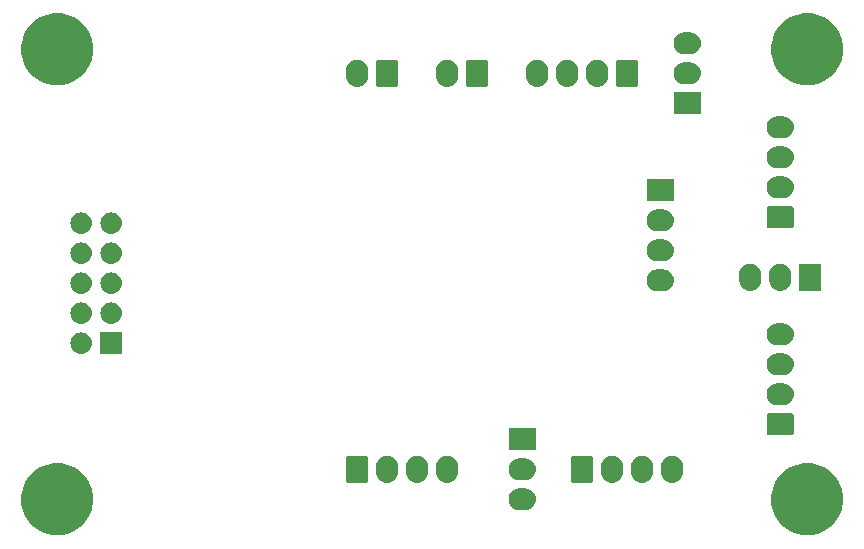
<source format=gbr>
G04 #@! TF.GenerationSoftware,KiCad,Pcbnew,5.0.2-bee76a0~70~ubuntu18.04.1*
G04 #@! TF.CreationDate,2019-01-29T20:40:36+01:00*
G04 #@! TF.ProjectId,main_board,6d61696e-5f62-46f6-9172-642e6b696361,rev?*
G04 #@! TF.SameCoordinates,Original*
G04 #@! TF.FileFunction,Soldermask,Bot*
G04 #@! TF.FilePolarity,Negative*
%FSLAX46Y46*%
G04 Gerber Fmt 4.6, Leading zero omitted, Abs format (unit mm)*
G04 Created by KiCad (PCBNEW 5.0.2-bee76a0~70~ubuntu18.04.1) date Út 29. ledna 2019, 20:40:36 CET*
%MOMM*%
%LPD*%
G01*
G04 APERTURE LIST*
%ADD10C,0.100000*%
G04 APERTURE END LIST*
D10*
G36*
X172339941Y-114160248D02*
X172339943Y-114160249D01*
X172339944Y-114160249D01*
X172895190Y-114390239D01*
X173388162Y-114719633D01*
X173394902Y-114724136D01*
X173819864Y-115149098D01*
X173819866Y-115149101D01*
X174153761Y-115648810D01*
X174178881Y-115709456D01*
X174383752Y-116204059D01*
X174501000Y-116793501D01*
X174501000Y-117394499D01*
X174407712Y-117863489D01*
X174383751Y-117983944D01*
X174153761Y-118539190D01*
X174153760Y-118539191D01*
X173819864Y-119038902D01*
X173394902Y-119463864D01*
X173394899Y-119463866D01*
X172895190Y-119797761D01*
X172339944Y-120027751D01*
X172339943Y-120027751D01*
X172339941Y-120027752D01*
X171750499Y-120145000D01*
X171149501Y-120145000D01*
X170560059Y-120027752D01*
X170560057Y-120027751D01*
X170560056Y-120027751D01*
X170004810Y-119797761D01*
X169505101Y-119463866D01*
X169505098Y-119463864D01*
X169080136Y-119038902D01*
X168746240Y-118539191D01*
X168746239Y-118539190D01*
X168516249Y-117983944D01*
X168492289Y-117863489D01*
X168399000Y-117394499D01*
X168399000Y-116793501D01*
X168516248Y-116204059D01*
X168721119Y-115709456D01*
X168746239Y-115648810D01*
X169080134Y-115149101D01*
X169080136Y-115149098D01*
X169505098Y-114724136D01*
X169511838Y-114719633D01*
X170004810Y-114390239D01*
X170560056Y-114160249D01*
X170560057Y-114160249D01*
X170560059Y-114160248D01*
X171149501Y-114043000D01*
X171750499Y-114043000D01*
X172339941Y-114160248D01*
X172339941Y-114160248D01*
G37*
G36*
X108839941Y-114160248D02*
X108839943Y-114160249D01*
X108839944Y-114160249D01*
X109395190Y-114390239D01*
X109888162Y-114719633D01*
X109894902Y-114724136D01*
X110319864Y-115149098D01*
X110319866Y-115149101D01*
X110653761Y-115648810D01*
X110678881Y-115709456D01*
X110883752Y-116204059D01*
X111001000Y-116793501D01*
X111001000Y-117394499D01*
X110907712Y-117863489D01*
X110883751Y-117983944D01*
X110653761Y-118539190D01*
X110653760Y-118539191D01*
X110319864Y-119038902D01*
X109894902Y-119463864D01*
X109894899Y-119463866D01*
X109395190Y-119797761D01*
X108839944Y-120027751D01*
X108839943Y-120027751D01*
X108839941Y-120027752D01*
X108250499Y-120145000D01*
X107649501Y-120145000D01*
X107060059Y-120027752D01*
X107060057Y-120027751D01*
X107060056Y-120027751D01*
X106504810Y-119797761D01*
X106005101Y-119463866D01*
X106005098Y-119463864D01*
X105580136Y-119038902D01*
X105246240Y-118539191D01*
X105246239Y-118539190D01*
X105016249Y-117983944D01*
X104992289Y-117863489D01*
X104899000Y-117394499D01*
X104899000Y-116793501D01*
X105016248Y-116204059D01*
X105221119Y-115709456D01*
X105246239Y-115648810D01*
X105580134Y-115149101D01*
X105580136Y-115149098D01*
X106005098Y-114724136D01*
X106011838Y-114719633D01*
X106504810Y-114390239D01*
X107060056Y-114160249D01*
X107060057Y-114160249D01*
X107060059Y-114160248D01*
X107649501Y-114043000D01*
X108250499Y-114043000D01*
X108839941Y-114160248D01*
X108839941Y-114160248D01*
G37*
G36*
X147640345Y-116177442D02*
X147730548Y-116186326D01*
X147846287Y-116221435D01*
X147904158Y-116238990D01*
X147989679Y-116284702D01*
X148064156Y-116324511D01*
X148064158Y-116324512D01*
X148064157Y-116324512D01*
X148204396Y-116439604D01*
X148319488Y-116579843D01*
X148405010Y-116739842D01*
X148405010Y-116739843D01*
X148457674Y-116913452D01*
X148475456Y-117094000D01*
X148457674Y-117274548D01*
X148422565Y-117390287D01*
X148405010Y-117448158D01*
X148359298Y-117533679D01*
X148319489Y-117608156D01*
X148204396Y-117748396D01*
X148064156Y-117863489D01*
X147989679Y-117903298D01*
X147904158Y-117949010D01*
X147846287Y-117966565D01*
X147730548Y-118001674D01*
X147640345Y-118010558D01*
X147595245Y-118015000D01*
X147044755Y-118015000D01*
X146999655Y-118010558D01*
X146909452Y-118001674D01*
X146793713Y-117966565D01*
X146735842Y-117949010D01*
X146650321Y-117903298D01*
X146575844Y-117863489D01*
X146435604Y-117748396D01*
X146320511Y-117608156D01*
X146280702Y-117533679D01*
X146234990Y-117448158D01*
X146217435Y-117390287D01*
X146182326Y-117274548D01*
X146164544Y-117094000D01*
X146182326Y-116913452D01*
X146234990Y-116739843D01*
X146234990Y-116739842D01*
X146320512Y-116579843D01*
X146435604Y-116439604D01*
X146575843Y-116324512D01*
X146575842Y-116324512D01*
X146575844Y-116324511D01*
X146650321Y-116284702D01*
X146735842Y-116238990D01*
X146793713Y-116221435D01*
X146909452Y-116186326D01*
X146999655Y-116177442D01*
X147044755Y-116173000D01*
X147595245Y-116173000D01*
X147640345Y-116177442D01*
X147640345Y-116177442D01*
G37*
G36*
X155120547Y-113416326D02*
X155223979Y-113447702D01*
X155294157Y-113468990D01*
X155352514Y-113500183D01*
X155454155Y-113554511D01*
X155594396Y-113669604D01*
X155709489Y-113809844D01*
X155749298Y-113884321D01*
X155795010Y-113969842D01*
X155812565Y-114027713D01*
X155847674Y-114143452D01*
X155861000Y-114278756D01*
X155861000Y-114829243D01*
X155847674Y-114964548D01*
X155795010Y-115138157D01*
X155709489Y-115298156D01*
X155594396Y-115438396D01*
X155454156Y-115553489D01*
X155391244Y-115587116D01*
X155294158Y-115639010D01*
X155261851Y-115648810D01*
X155120548Y-115691674D01*
X154940000Y-115709456D01*
X154759453Y-115691674D01*
X154618150Y-115648810D01*
X154585843Y-115639010D01*
X154488757Y-115587116D01*
X154425845Y-115553489D01*
X154285605Y-115438396D01*
X154170512Y-115298156D01*
X154122534Y-115208396D01*
X154084990Y-115138158D01*
X154063755Y-115068156D01*
X154032326Y-114964548D01*
X154019000Y-114829244D01*
X154019000Y-114278757D01*
X154032326Y-114143453D01*
X154084990Y-113969844D01*
X154084990Y-113969843D01*
X154122534Y-113899604D01*
X154170511Y-113809845D01*
X154285604Y-113669604D01*
X154425844Y-113554511D01*
X154505313Y-113512034D01*
X154585842Y-113468990D01*
X154656020Y-113447702D01*
X154759452Y-113416326D01*
X154940000Y-113398544D01*
X155120547Y-113416326D01*
X155120547Y-113416326D01*
G37*
G36*
X138610547Y-113416326D02*
X138713979Y-113447702D01*
X138784157Y-113468990D01*
X138842514Y-113500183D01*
X138944155Y-113554511D01*
X139084396Y-113669604D01*
X139199489Y-113809844D01*
X139239298Y-113884321D01*
X139285010Y-113969842D01*
X139302565Y-114027713D01*
X139337674Y-114143452D01*
X139351000Y-114278756D01*
X139351000Y-114829243D01*
X139337674Y-114964548D01*
X139285010Y-115138157D01*
X139199489Y-115298156D01*
X139084396Y-115438396D01*
X138944156Y-115553489D01*
X138881244Y-115587116D01*
X138784158Y-115639010D01*
X138751851Y-115648810D01*
X138610548Y-115691674D01*
X138430000Y-115709456D01*
X138249453Y-115691674D01*
X138108150Y-115648810D01*
X138075843Y-115639010D01*
X137978757Y-115587116D01*
X137915845Y-115553489D01*
X137775605Y-115438396D01*
X137660512Y-115298156D01*
X137612534Y-115208396D01*
X137574990Y-115138158D01*
X137553755Y-115068156D01*
X137522326Y-114964548D01*
X137509000Y-114829244D01*
X137509000Y-114278757D01*
X137522326Y-114143453D01*
X137574990Y-113969844D01*
X137574990Y-113969843D01*
X137612534Y-113899604D01*
X137660511Y-113809845D01*
X137775604Y-113669604D01*
X137915844Y-113554511D01*
X137995313Y-113512034D01*
X138075842Y-113468990D01*
X138146020Y-113447702D01*
X138249452Y-113416326D01*
X138430000Y-113398544D01*
X138610547Y-113416326D01*
X138610547Y-113416326D01*
G37*
G36*
X141150547Y-113416326D02*
X141253979Y-113447702D01*
X141324157Y-113468990D01*
X141382514Y-113500183D01*
X141484155Y-113554511D01*
X141624396Y-113669604D01*
X141739489Y-113809844D01*
X141779298Y-113884321D01*
X141825010Y-113969842D01*
X141842565Y-114027713D01*
X141877674Y-114143452D01*
X141891000Y-114278756D01*
X141891000Y-114829243D01*
X141877674Y-114964548D01*
X141825010Y-115138157D01*
X141739489Y-115298156D01*
X141624396Y-115438396D01*
X141484156Y-115553489D01*
X141421244Y-115587116D01*
X141324158Y-115639010D01*
X141291851Y-115648810D01*
X141150548Y-115691674D01*
X140970000Y-115709456D01*
X140789453Y-115691674D01*
X140648150Y-115648810D01*
X140615843Y-115639010D01*
X140518757Y-115587116D01*
X140455845Y-115553489D01*
X140315605Y-115438396D01*
X140200512Y-115298156D01*
X140152534Y-115208396D01*
X140114990Y-115138158D01*
X140093755Y-115068156D01*
X140062326Y-114964548D01*
X140049000Y-114829244D01*
X140049000Y-114278757D01*
X140062326Y-114143453D01*
X140114990Y-113969844D01*
X140114990Y-113969843D01*
X140152534Y-113899604D01*
X140200511Y-113809845D01*
X140315604Y-113669604D01*
X140455844Y-113554511D01*
X140535313Y-113512034D01*
X140615842Y-113468990D01*
X140686020Y-113447702D01*
X140789452Y-113416326D01*
X140970000Y-113398544D01*
X141150547Y-113416326D01*
X141150547Y-113416326D01*
G37*
G36*
X136070547Y-113416326D02*
X136173979Y-113447702D01*
X136244157Y-113468990D01*
X136302514Y-113500183D01*
X136404155Y-113554511D01*
X136544396Y-113669604D01*
X136659489Y-113809844D01*
X136699298Y-113884321D01*
X136745010Y-113969842D01*
X136762565Y-114027713D01*
X136797674Y-114143452D01*
X136811000Y-114278756D01*
X136811000Y-114829243D01*
X136797674Y-114964548D01*
X136745010Y-115138157D01*
X136659489Y-115298156D01*
X136544396Y-115438396D01*
X136404156Y-115553489D01*
X136341244Y-115587116D01*
X136244158Y-115639010D01*
X136211851Y-115648810D01*
X136070548Y-115691674D01*
X135890000Y-115709456D01*
X135709453Y-115691674D01*
X135568150Y-115648810D01*
X135535843Y-115639010D01*
X135438757Y-115587116D01*
X135375845Y-115553489D01*
X135235605Y-115438396D01*
X135120512Y-115298156D01*
X135072534Y-115208396D01*
X135034990Y-115138158D01*
X135013755Y-115068156D01*
X134982326Y-114964548D01*
X134969000Y-114829244D01*
X134969000Y-114278757D01*
X134982326Y-114143453D01*
X135034990Y-113969844D01*
X135034990Y-113969843D01*
X135072534Y-113899604D01*
X135120511Y-113809845D01*
X135235604Y-113669604D01*
X135375844Y-113554511D01*
X135455313Y-113512034D01*
X135535842Y-113468990D01*
X135606020Y-113447702D01*
X135709452Y-113416326D01*
X135890000Y-113398544D01*
X136070547Y-113416326D01*
X136070547Y-113416326D01*
G37*
G36*
X160200547Y-113416326D02*
X160303979Y-113447702D01*
X160374157Y-113468990D01*
X160432514Y-113500183D01*
X160534155Y-113554511D01*
X160674396Y-113669604D01*
X160789489Y-113809844D01*
X160829298Y-113884321D01*
X160875010Y-113969842D01*
X160892565Y-114027713D01*
X160927674Y-114143452D01*
X160941000Y-114278756D01*
X160941000Y-114829243D01*
X160927674Y-114964548D01*
X160875010Y-115138157D01*
X160789489Y-115298156D01*
X160674396Y-115438396D01*
X160534156Y-115553489D01*
X160471244Y-115587116D01*
X160374158Y-115639010D01*
X160341851Y-115648810D01*
X160200548Y-115691674D01*
X160020000Y-115709456D01*
X159839453Y-115691674D01*
X159698150Y-115648810D01*
X159665843Y-115639010D01*
X159568757Y-115587116D01*
X159505845Y-115553489D01*
X159365605Y-115438396D01*
X159250512Y-115298156D01*
X159202534Y-115208396D01*
X159164990Y-115138158D01*
X159143755Y-115068156D01*
X159112326Y-114964548D01*
X159099000Y-114829244D01*
X159099000Y-114278757D01*
X159112326Y-114143453D01*
X159164990Y-113969844D01*
X159164990Y-113969843D01*
X159202534Y-113899604D01*
X159250511Y-113809845D01*
X159365604Y-113669604D01*
X159505844Y-113554511D01*
X159585313Y-113512034D01*
X159665842Y-113468990D01*
X159736020Y-113447702D01*
X159839452Y-113416326D01*
X160020000Y-113398544D01*
X160200547Y-113416326D01*
X160200547Y-113416326D01*
G37*
G36*
X157660547Y-113416326D02*
X157763979Y-113447702D01*
X157834157Y-113468990D01*
X157892514Y-113500183D01*
X157994155Y-113554511D01*
X158134396Y-113669604D01*
X158249489Y-113809844D01*
X158289298Y-113884321D01*
X158335010Y-113969842D01*
X158352565Y-114027713D01*
X158387674Y-114143452D01*
X158401000Y-114278756D01*
X158401000Y-114829243D01*
X158387674Y-114964548D01*
X158335010Y-115138157D01*
X158249489Y-115298156D01*
X158134396Y-115438396D01*
X157994156Y-115553489D01*
X157931244Y-115587116D01*
X157834158Y-115639010D01*
X157801851Y-115648810D01*
X157660548Y-115691674D01*
X157480000Y-115709456D01*
X157299453Y-115691674D01*
X157158150Y-115648810D01*
X157125843Y-115639010D01*
X157028757Y-115587116D01*
X156965845Y-115553489D01*
X156825605Y-115438396D01*
X156710512Y-115298156D01*
X156662534Y-115208396D01*
X156624990Y-115138158D01*
X156603755Y-115068156D01*
X156572326Y-114964548D01*
X156559000Y-114829244D01*
X156559000Y-114278757D01*
X156572326Y-114143453D01*
X156624990Y-113969844D01*
X156624990Y-113969843D01*
X156662534Y-113899604D01*
X156710511Y-113809845D01*
X156825604Y-113669604D01*
X156965844Y-113554511D01*
X157045313Y-113512034D01*
X157125842Y-113468990D01*
X157196020Y-113447702D01*
X157299452Y-113416326D01*
X157480000Y-113398544D01*
X157660547Y-113416326D01*
X157660547Y-113416326D01*
G37*
G36*
X134129020Y-113406979D02*
X134161966Y-113416974D01*
X134192335Y-113433206D01*
X134218951Y-113455049D01*
X134240794Y-113481665D01*
X134257026Y-113512034D01*
X134267021Y-113544980D01*
X134271000Y-113585386D01*
X134271000Y-115522614D01*
X134267021Y-115563020D01*
X134257026Y-115595966D01*
X134240794Y-115626335D01*
X134218951Y-115652951D01*
X134192335Y-115674794D01*
X134161966Y-115691026D01*
X134129020Y-115701021D01*
X134088614Y-115705000D01*
X132611386Y-115705000D01*
X132570980Y-115701021D01*
X132538034Y-115691026D01*
X132507665Y-115674794D01*
X132481049Y-115652951D01*
X132459206Y-115626335D01*
X132442974Y-115595966D01*
X132432979Y-115563020D01*
X132429000Y-115522614D01*
X132429000Y-113585386D01*
X132432979Y-113544980D01*
X132442974Y-113512034D01*
X132459206Y-113481665D01*
X132481049Y-113455049D01*
X132507665Y-113433206D01*
X132538034Y-113416974D01*
X132570980Y-113406979D01*
X132611386Y-113403000D01*
X134088614Y-113403000D01*
X134129020Y-113406979D01*
X134129020Y-113406979D01*
G37*
G36*
X153179020Y-113406979D02*
X153211966Y-113416974D01*
X153242335Y-113433206D01*
X153268951Y-113455049D01*
X153290794Y-113481665D01*
X153307026Y-113512034D01*
X153317021Y-113544980D01*
X153321000Y-113585386D01*
X153321000Y-115522614D01*
X153317021Y-115563020D01*
X153307026Y-115595966D01*
X153290794Y-115626335D01*
X153268951Y-115652951D01*
X153242335Y-115674794D01*
X153211966Y-115691026D01*
X153179020Y-115701021D01*
X153138614Y-115705000D01*
X151661386Y-115705000D01*
X151620980Y-115701021D01*
X151588034Y-115691026D01*
X151557665Y-115674794D01*
X151531049Y-115652951D01*
X151509206Y-115626335D01*
X151492974Y-115595966D01*
X151482979Y-115563020D01*
X151479000Y-115522614D01*
X151479000Y-113585386D01*
X151482979Y-113544980D01*
X151492974Y-113512034D01*
X151509206Y-113481665D01*
X151531049Y-113455049D01*
X151557665Y-113433206D01*
X151588034Y-113416974D01*
X151620980Y-113406979D01*
X151661386Y-113403000D01*
X153138614Y-113403000D01*
X153179020Y-113406979D01*
X153179020Y-113406979D01*
G37*
G36*
X147640345Y-113637442D02*
X147730548Y-113646326D01*
X147846287Y-113681435D01*
X147904158Y-113698990D01*
X147989679Y-113744702D01*
X148064156Y-113784511D01*
X148204396Y-113899604D01*
X148319489Y-114039844D01*
X148359298Y-114114321D01*
X148405010Y-114199842D01*
X148405010Y-114199843D01*
X148457674Y-114373452D01*
X148475456Y-114554000D01*
X148457674Y-114734548D01*
X148428948Y-114829243D01*
X148405010Y-114908158D01*
X148359298Y-114993679D01*
X148319489Y-115068156D01*
X148204396Y-115208396D01*
X148064156Y-115323489D01*
X147989679Y-115363298D01*
X147904158Y-115409010D01*
X147846287Y-115426565D01*
X147730548Y-115461674D01*
X147640345Y-115470558D01*
X147595245Y-115475000D01*
X147044755Y-115475000D01*
X146999655Y-115470558D01*
X146909452Y-115461674D01*
X146793713Y-115426565D01*
X146735842Y-115409010D01*
X146650321Y-115363298D01*
X146575844Y-115323489D01*
X146435604Y-115208396D01*
X146320511Y-115068156D01*
X146280702Y-114993679D01*
X146234990Y-114908158D01*
X146211052Y-114829243D01*
X146182326Y-114734548D01*
X146164544Y-114554000D01*
X146182326Y-114373452D01*
X146234990Y-114199843D01*
X146234990Y-114199842D01*
X146280702Y-114114321D01*
X146320511Y-114039844D01*
X146435604Y-113899604D01*
X146575844Y-113784511D01*
X146650321Y-113744702D01*
X146735842Y-113698990D01*
X146793713Y-113681435D01*
X146909452Y-113646326D01*
X146999655Y-113637442D01*
X147044755Y-113633000D01*
X147595245Y-113633000D01*
X147640345Y-113637442D01*
X147640345Y-113637442D01*
G37*
G36*
X148471000Y-112935000D02*
X146169000Y-112935000D01*
X146169000Y-111093000D01*
X148471000Y-111093000D01*
X148471000Y-112935000D01*
X148471000Y-112935000D01*
G37*
G36*
X170173020Y-109826979D02*
X170205966Y-109836974D01*
X170236335Y-109853206D01*
X170262951Y-109875049D01*
X170284794Y-109901665D01*
X170301026Y-109932034D01*
X170311021Y-109964980D01*
X170315000Y-110005386D01*
X170315000Y-111482614D01*
X170311021Y-111523020D01*
X170301026Y-111555966D01*
X170284794Y-111586335D01*
X170262951Y-111612951D01*
X170236335Y-111634794D01*
X170205966Y-111651026D01*
X170173020Y-111661021D01*
X170132614Y-111665000D01*
X168195386Y-111665000D01*
X168154980Y-111661021D01*
X168122034Y-111651026D01*
X168091665Y-111634794D01*
X168065049Y-111612951D01*
X168043206Y-111586335D01*
X168026974Y-111555966D01*
X168016979Y-111523020D01*
X168013000Y-111482614D01*
X168013000Y-110005386D01*
X168016979Y-109964980D01*
X168026974Y-109932034D01*
X168043206Y-109901665D01*
X168065049Y-109875049D01*
X168091665Y-109853206D01*
X168122034Y-109836974D01*
X168154980Y-109826979D01*
X168195386Y-109823000D01*
X170132614Y-109823000D01*
X170173020Y-109826979D01*
X170173020Y-109826979D01*
G37*
G36*
X169484345Y-107287442D02*
X169574548Y-107296326D01*
X169690287Y-107331435D01*
X169748158Y-107348990D01*
X169833679Y-107394702D01*
X169908156Y-107434511D01*
X169908158Y-107434512D01*
X169908157Y-107434512D01*
X170048396Y-107549604D01*
X170163488Y-107689843D01*
X170249010Y-107849842D01*
X170249010Y-107849843D01*
X170301674Y-108023452D01*
X170319456Y-108204000D01*
X170301674Y-108384548D01*
X170266565Y-108500287D01*
X170249010Y-108558158D01*
X170203298Y-108643679D01*
X170163489Y-108718156D01*
X170048396Y-108858396D01*
X169908156Y-108973489D01*
X169833679Y-109013298D01*
X169748158Y-109059010D01*
X169690287Y-109076565D01*
X169574548Y-109111674D01*
X169484345Y-109120558D01*
X169439245Y-109125000D01*
X168888755Y-109125000D01*
X168843655Y-109120558D01*
X168753452Y-109111674D01*
X168637713Y-109076565D01*
X168579842Y-109059010D01*
X168494321Y-109013298D01*
X168419844Y-108973489D01*
X168279604Y-108858396D01*
X168164511Y-108718156D01*
X168124702Y-108643679D01*
X168078990Y-108558158D01*
X168061435Y-108500287D01*
X168026326Y-108384548D01*
X168008544Y-108204000D01*
X168026326Y-108023452D01*
X168078990Y-107849843D01*
X168078990Y-107849842D01*
X168164512Y-107689843D01*
X168279604Y-107549604D01*
X168419843Y-107434512D01*
X168419842Y-107434512D01*
X168419844Y-107434511D01*
X168494321Y-107394702D01*
X168579842Y-107348990D01*
X168637713Y-107331435D01*
X168753452Y-107296326D01*
X168843655Y-107287442D01*
X168888755Y-107283000D01*
X169439245Y-107283000D01*
X169484345Y-107287442D01*
X169484345Y-107287442D01*
G37*
G36*
X169484345Y-104747442D02*
X169574548Y-104756326D01*
X169676876Y-104787367D01*
X169748158Y-104808990D01*
X169833679Y-104854702D01*
X169908156Y-104894511D01*
X169908158Y-104894512D01*
X169908157Y-104894512D01*
X170048396Y-105009604D01*
X170163488Y-105149843D01*
X170249010Y-105309842D01*
X170249010Y-105309843D01*
X170301674Y-105483452D01*
X170319456Y-105664000D01*
X170301674Y-105844548D01*
X170266565Y-105960287D01*
X170249010Y-106018158D01*
X170203298Y-106103679D01*
X170163489Y-106178156D01*
X170048396Y-106318396D01*
X169908156Y-106433489D01*
X169833679Y-106473298D01*
X169748158Y-106519010D01*
X169690287Y-106536565D01*
X169574548Y-106571674D01*
X169484345Y-106580558D01*
X169439245Y-106585000D01*
X168888755Y-106585000D01*
X168843655Y-106580558D01*
X168753452Y-106571674D01*
X168637713Y-106536565D01*
X168579842Y-106519010D01*
X168494321Y-106473298D01*
X168419844Y-106433489D01*
X168279604Y-106318396D01*
X168164511Y-106178156D01*
X168124702Y-106103679D01*
X168078990Y-106018158D01*
X168061435Y-105960287D01*
X168026326Y-105844548D01*
X168008544Y-105664000D01*
X168026326Y-105483452D01*
X168078990Y-105309843D01*
X168078990Y-105309842D01*
X168164512Y-105149843D01*
X168279604Y-105009604D01*
X168419843Y-104894512D01*
X168419842Y-104894512D01*
X168419844Y-104894511D01*
X168494321Y-104854702D01*
X168579842Y-104808990D01*
X168651124Y-104787367D01*
X168753452Y-104756326D01*
X168843655Y-104747442D01*
X168888755Y-104743000D01*
X169439245Y-104743000D01*
X169484345Y-104747442D01*
X169484345Y-104747442D01*
G37*
G36*
X113436600Y-104800600D02*
X111607400Y-104800600D01*
X111607400Y-102971400D01*
X113436600Y-102971400D01*
X113436600Y-104800600D01*
X113436600Y-104800600D01*
G37*
G36*
X110161294Y-102984633D02*
X110333694Y-103036931D01*
X110333696Y-103036932D01*
X110492583Y-103121859D01*
X110492585Y-103121860D01*
X110492584Y-103121860D01*
X110631849Y-103236151D01*
X110746140Y-103375416D01*
X110831069Y-103534306D01*
X110883367Y-103706706D01*
X110901025Y-103886000D01*
X110883367Y-104065294D01*
X110831069Y-104237694D01*
X110831068Y-104237696D01*
X110746141Y-104396583D01*
X110631849Y-104535849D01*
X110492583Y-104650141D01*
X110333696Y-104735068D01*
X110333694Y-104735069D01*
X110161294Y-104787367D01*
X110026931Y-104800600D01*
X109937069Y-104800600D01*
X109802706Y-104787367D01*
X109630306Y-104735069D01*
X109630304Y-104735068D01*
X109471417Y-104650141D01*
X109332151Y-104535849D01*
X109217859Y-104396583D01*
X109132932Y-104237696D01*
X109132931Y-104237694D01*
X109080633Y-104065294D01*
X109062975Y-103886000D01*
X109080633Y-103706706D01*
X109132931Y-103534306D01*
X109217860Y-103375416D01*
X109332151Y-103236151D01*
X109471416Y-103121860D01*
X109471415Y-103121860D01*
X109471417Y-103121859D01*
X109630304Y-103036932D01*
X109630306Y-103036931D01*
X109802706Y-102984633D01*
X109937069Y-102971400D01*
X110026931Y-102971400D01*
X110161294Y-102984633D01*
X110161294Y-102984633D01*
G37*
G36*
X169484345Y-102207442D02*
X169574548Y-102216326D01*
X169676876Y-102247367D01*
X169748158Y-102268990D01*
X169833679Y-102314702D01*
X169908156Y-102354511D01*
X169908158Y-102354512D01*
X169908157Y-102354512D01*
X170048396Y-102469604D01*
X170163488Y-102609843D01*
X170249010Y-102769842D01*
X170249010Y-102769843D01*
X170301674Y-102943452D01*
X170319456Y-103124000D01*
X170301674Y-103304548D01*
X170280176Y-103375416D01*
X170249010Y-103478158D01*
X170218999Y-103534304D01*
X170163489Y-103638156D01*
X170048396Y-103778396D01*
X169908156Y-103893489D01*
X169833679Y-103933298D01*
X169748158Y-103979010D01*
X169690287Y-103996565D01*
X169574548Y-104031674D01*
X169484345Y-104040558D01*
X169439245Y-104045000D01*
X168888755Y-104045000D01*
X168843655Y-104040558D01*
X168753452Y-104031674D01*
X168637713Y-103996565D01*
X168579842Y-103979010D01*
X168494321Y-103933298D01*
X168419844Y-103893489D01*
X168279604Y-103778396D01*
X168164511Y-103638156D01*
X168109001Y-103534304D01*
X168078990Y-103478158D01*
X168047824Y-103375416D01*
X168026326Y-103304548D01*
X168008544Y-103124000D01*
X168026326Y-102943452D01*
X168078990Y-102769843D01*
X168078990Y-102769842D01*
X168164512Y-102609843D01*
X168279604Y-102469604D01*
X168419843Y-102354512D01*
X168419842Y-102354512D01*
X168419844Y-102354511D01*
X168494321Y-102314702D01*
X168579842Y-102268990D01*
X168651124Y-102247367D01*
X168753452Y-102216326D01*
X168843655Y-102207442D01*
X168888755Y-102203000D01*
X169439245Y-102203000D01*
X169484345Y-102207442D01*
X169484345Y-102207442D01*
G37*
G36*
X110161294Y-100444633D02*
X110333694Y-100496931D01*
X110333696Y-100496932D01*
X110492583Y-100581859D01*
X110492585Y-100581860D01*
X110492584Y-100581860D01*
X110631849Y-100696151D01*
X110746140Y-100835416D01*
X110831069Y-100994306D01*
X110883367Y-101166706D01*
X110901025Y-101346000D01*
X110883367Y-101525294D01*
X110831069Y-101697694D01*
X110831068Y-101697696D01*
X110746141Y-101856583D01*
X110631849Y-101995849D01*
X110492583Y-102110141D01*
X110333696Y-102195068D01*
X110333694Y-102195069D01*
X110161294Y-102247367D01*
X110026931Y-102260600D01*
X109937069Y-102260600D01*
X109802706Y-102247367D01*
X109630306Y-102195069D01*
X109630304Y-102195068D01*
X109471417Y-102110141D01*
X109332151Y-101995849D01*
X109217859Y-101856583D01*
X109132932Y-101697696D01*
X109132931Y-101697694D01*
X109080633Y-101525294D01*
X109062975Y-101346000D01*
X109080633Y-101166706D01*
X109132931Y-100994306D01*
X109217860Y-100835416D01*
X109332151Y-100696151D01*
X109471416Y-100581860D01*
X109471415Y-100581860D01*
X109471417Y-100581859D01*
X109630304Y-100496932D01*
X109630306Y-100496931D01*
X109802706Y-100444633D01*
X109937069Y-100431400D01*
X110026931Y-100431400D01*
X110161294Y-100444633D01*
X110161294Y-100444633D01*
G37*
G36*
X112701294Y-100444633D02*
X112873694Y-100496931D01*
X112873696Y-100496932D01*
X113032583Y-100581859D01*
X113032585Y-100581860D01*
X113032584Y-100581860D01*
X113171849Y-100696151D01*
X113286140Y-100835416D01*
X113371069Y-100994306D01*
X113423367Y-101166706D01*
X113441025Y-101346000D01*
X113423367Y-101525294D01*
X113371069Y-101697694D01*
X113371068Y-101697696D01*
X113286141Y-101856583D01*
X113171849Y-101995849D01*
X113032583Y-102110141D01*
X112873696Y-102195068D01*
X112873694Y-102195069D01*
X112701294Y-102247367D01*
X112566931Y-102260600D01*
X112477069Y-102260600D01*
X112342706Y-102247367D01*
X112170306Y-102195069D01*
X112170304Y-102195068D01*
X112011417Y-102110141D01*
X111872151Y-101995849D01*
X111757859Y-101856583D01*
X111672932Y-101697696D01*
X111672931Y-101697694D01*
X111620633Y-101525294D01*
X111602975Y-101346000D01*
X111620633Y-101166706D01*
X111672931Y-100994306D01*
X111757860Y-100835416D01*
X111872151Y-100696151D01*
X112011416Y-100581860D01*
X112011415Y-100581860D01*
X112011417Y-100581859D01*
X112170304Y-100496932D01*
X112170306Y-100496931D01*
X112342706Y-100444633D01*
X112477069Y-100431400D01*
X112566931Y-100431400D01*
X112701294Y-100444633D01*
X112701294Y-100444633D01*
G37*
G36*
X110161294Y-97904633D02*
X110333694Y-97956931D01*
X110333696Y-97956932D01*
X110492583Y-98041859D01*
X110631849Y-98156151D01*
X110746141Y-98295417D01*
X110831068Y-98454304D01*
X110831069Y-98454306D01*
X110883367Y-98626706D01*
X110901025Y-98806000D01*
X110883367Y-98985294D01*
X110831069Y-99157694D01*
X110831068Y-99157696D01*
X110746141Y-99316583D01*
X110631849Y-99455849D01*
X110492583Y-99570141D01*
X110333696Y-99655068D01*
X110333694Y-99655069D01*
X110161294Y-99707367D01*
X110026931Y-99720600D01*
X109937069Y-99720600D01*
X109802706Y-99707367D01*
X109630306Y-99655069D01*
X109630304Y-99655068D01*
X109471417Y-99570141D01*
X109332151Y-99455849D01*
X109217859Y-99316583D01*
X109132932Y-99157696D01*
X109132931Y-99157694D01*
X109080633Y-98985294D01*
X109062975Y-98806000D01*
X109080633Y-98626706D01*
X109132931Y-98454306D01*
X109132932Y-98454304D01*
X109217859Y-98295417D01*
X109332151Y-98156151D01*
X109471417Y-98041859D01*
X109630304Y-97956932D01*
X109630306Y-97956931D01*
X109802706Y-97904633D01*
X109937069Y-97891400D01*
X110026931Y-97891400D01*
X110161294Y-97904633D01*
X110161294Y-97904633D01*
G37*
G36*
X112701294Y-97904633D02*
X112873694Y-97956931D01*
X112873696Y-97956932D01*
X113032583Y-98041859D01*
X113171849Y-98156151D01*
X113286141Y-98295417D01*
X113371068Y-98454304D01*
X113371069Y-98454306D01*
X113423367Y-98626706D01*
X113441025Y-98806000D01*
X113423367Y-98985294D01*
X113371069Y-99157694D01*
X113371068Y-99157696D01*
X113286141Y-99316583D01*
X113171849Y-99455849D01*
X113032583Y-99570141D01*
X112873696Y-99655068D01*
X112873694Y-99655069D01*
X112701294Y-99707367D01*
X112566931Y-99720600D01*
X112477069Y-99720600D01*
X112342706Y-99707367D01*
X112170306Y-99655069D01*
X112170304Y-99655068D01*
X112011417Y-99570141D01*
X111872151Y-99455849D01*
X111757859Y-99316583D01*
X111672932Y-99157696D01*
X111672931Y-99157694D01*
X111620633Y-98985294D01*
X111602975Y-98806000D01*
X111620633Y-98626706D01*
X111672931Y-98454306D01*
X111672932Y-98454304D01*
X111757859Y-98295417D01*
X111872151Y-98156151D01*
X112011417Y-98041859D01*
X112170304Y-97956932D01*
X112170306Y-97956931D01*
X112342706Y-97904633D01*
X112477069Y-97891400D01*
X112566931Y-97891400D01*
X112701294Y-97904633D01*
X112701294Y-97904633D01*
G37*
G36*
X159324345Y-97635442D02*
X159414548Y-97644326D01*
X159530287Y-97679435D01*
X159588158Y-97696990D01*
X159619687Y-97713843D01*
X159748156Y-97782511D01*
X159888396Y-97897604D01*
X160003489Y-98037844D01*
X160043298Y-98112321D01*
X160089010Y-98197842D01*
X160089010Y-98197843D01*
X160141674Y-98371452D01*
X160159456Y-98552000D01*
X160141674Y-98732548D01*
X160119392Y-98806000D01*
X160089010Y-98906158D01*
X160046711Y-98985293D01*
X160003489Y-99066156D01*
X159888396Y-99206396D01*
X159748156Y-99321489D01*
X159673679Y-99361298D01*
X159588158Y-99407010D01*
X159530287Y-99424565D01*
X159414548Y-99459674D01*
X159324345Y-99468558D01*
X159279245Y-99473000D01*
X158728755Y-99473000D01*
X158683655Y-99468558D01*
X158593452Y-99459674D01*
X158477713Y-99424565D01*
X158419842Y-99407010D01*
X158334321Y-99361298D01*
X158259844Y-99321489D01*
X158119604Y-99206396D01*
X158004511Y-99066156D01*
X157961289Y-98985293D01*
X157918990Y-98906158D01*
X157888608Y-98806000D01*
X157866326Y-98732548D01*
X157848544Y-98552000D01*
X157866326Y-98371452D01*
X157918990Y-98197843D01*
X157918990Y-98197842D01*
X157964702Y-98112321D01*
X158004511Y-98037844D01*
X158119604Y-97897604D01*
X158259844Y-97782511D01*
X158388313Y-97713843D01*
X158419842Y-97696990D01*
X158477713Y-97679435D01*
X158593452Y-97644326D01*
X158683655Y-97635442D01*
X158728755Y-97631000D01*
X159279245Y-97631000D01*
X159324345Y-97635442D01*
X159324345Y-97635442D01*
G37*
G36*
X166804548Y-97160326D02*
X166920287Y-97195435D01*
X166978158Y-97212990D01*
X167063679Y-97258702D01*
X167138156Y-97298511D01*
X167278396Y-97413604D01*
X167393489Y-97553844D01*
X167479010Y-97713843D01*
X167531674Y-97887452D01*
X167545000Y-98022757D01*
X167545000Y-98573244D01*
X167531674Y-98708548D01*
X167502112Y-98806000D01*
X167479010Y-98882158D01*
X167433298Y-98967679D01*
X167393489Y-99042156D01*
X167278396Y-99182396D01*
X167138155Y-99297489D01*
X167036514Y-99351817D01*
X166978157Y-99383010D01*
X166920286Y-99400565D01*
X166804547Y-99435674D01*
X166624000Y-99453456D01*
X166443452Y-99435674D01*
X166327713Y-99400565D01*
X166269842Y-99383010D01*
X166154743Y-99321488D01*
X166109844Y-99297489D01*
X165969604Y-99182396D01*
X165854511Y-99042155D01*
X165781819Y-98906158D01*
X165768990Y-98882157D01*
X165723607Y-98732548D01*
X165716326Y-98708547D01*
X165703000Y-98573243D01*
X165703000Y-98022756D01*
X165716326Y-97887452D01*
X165768990Y-97713843D01*
X165768990Y-97713842D01*
X165854513Y-97553843D01*
X165969605Y-97413604D01*
X166109844Y-97298512D01*
X166109843Y-97298512D01*
X166109845Y-97298511D01*
X166184322Y-97258702D01*
X166269843Y-97212990D01*
X166327714Y-97195435D01*
X166443453Y-97160326D01*
X166624000Y-97142544D01*
X166804548Y-97160326D01*
X166804548Y-97160326D01*
G37*
G36*
X169344548Y-97160326D02*
X169460287Y-97195435D01*
X169518158Y-97212990D01*
X169603679Y-97258702D01*
X169678156Y-97298511D01*
X169818396Y-97413604D01*
X169933489Y-97553844D01*
X170019010Y-97713843D01*
X170071674Y-97887452D01*
X170085000Y-98022757D01*
X170085000Y-98573244D01*
X170071674Y-98708548D01*
X170042112Y-98806000D01*
X170019010Y-98882158D01*
X169973298Y-98967679D01*
X169933489Y-99042156D01*
X169818396Y-99182396D01*
X169678155Y-99297489D01*
X169576514Y-99351817D01*
X169518157Y-99383010D01*
X169460286Y-99400565D01*
X169344547Y-99435674D01*
X169164000Y-99453456D01*
X168983452Y-99435674D01*
X168867713Y-99400565D01*
X168809842Y-99383010D01*
X168694743Y-99321488D01*
X168649844Y-99297489D01*
X168509604Y-99182396D01*
X168394511Y-99042155D01*
X168321819Y-98906158D01*
X168308990Y-98882157D01*
X168263607Y-98732548D01*
X168256326Y-98708547D01*
X168243000Y-98573243D01*
X168243000Y-98022756D01*
X168256326Y-97887452D01*
X168308990Y-97713843D01*
X168308990Y-97713842D01*
X168394513Y-97553843D01*
X168509605Y-97413604D01*
X168649844Y-97298512D01*
X168649843Y-97298512D01*
X168649845Y-97298511D01*
X168724322Y-97258702D01*
X168809843Y-97212990D01*
X168867714Y-97195435D01*
X168983453Y-97160326D01*
X169164000Y-97142544D01*
X169344548Y-97160326D01*
X169344548Y-97160326D01*
G37*
G36*
X172625000Y-99449000D02*
X170783000Y-99449000D01*
X170783000Y-97147000D01*
X172625000Y-97147000D01*
X172625000Y-99449000D01*
X172625000Y-99449000D01*
G37*
G36*
X110161294Y-95364633D02*
X110333694Y-95416931D01*
X110333696Y-95416932D01*
X110492583Y-95501859D01*
X110631849Y-95616151D01*
X110746141Y-95755417D01*
X110831068Y-95914304D01*
X110831069Y-95914306D01*
X110883367Y-96086706D01*
X110901025Y-96266000D01*
X110883367Y-96445294D01*
X110831069Y-96617694D01*
X110831068Y-96617696D01*
X110746141Y-96776583D01*
X110631849Y-96915849D01*
X110492583Y-97030141D01*
X110333696Y-97115068D01*
X110333694Y-97115069D01*
X110161294Y-97167367D01*
X110026931Y-97180600D01*
X109937069Y-97180600D01*
X109802706Y-97167367D01*
X109630306Y-97115069D01*
X109630304Y-97115068D01*
X109471417Y-97030141D01*
X109332151Y-96915849D01*
X109217859Y-96776583D01*
X109132932Y-96617696D01*
X109132931Y-96617694D01*
X109080633Y-96445294D01*
X109062975Y-96266000D01*
X109080633Y-96086706D01*
X109132931Y-95914306D01*
X109132932Y-95914304D01*
X109217859Y-95755417D01*
X109332151Y-95616151D01*
X109471417Y-95501859D01*
X109630304Y-95416932D01*
X109630306Y-95416931D01*
X109802706Y-95364633D01*
X109937069Y-95351400D01*
X110026931Y-95351400D01*
X110161294Y-95364633D01*
X110161294Y-95364633D01*
G37*
G36*
X112701294Y-95364633D02*
X112873694Y-95416931D01*
X112873696Y-95416932D01*
X113032583Y-95501859D01*
X113171849Y-95616151D01*
X113286141Y-95755417D01*
X113371068Y-95914304D01*
X113371069Y-95914306D01*
X113423367Y-96086706D01*
X113441025Y-96266000D01*
X113423367Y-96445294D01*
X113371069Y-96617694D01*
X113371068Y-96617696D01*
X113286141Y-96776583D01*
X113171849Y-96915849D01*
X113032583Y-97030141D01*
X112873696Y-97115068D01*
X112873694Y-97115069D01*
X112701294Y-97167367D01*
X112566931Y-97180600D01*
X112477069Y-97180600D01*
X112342706Y-97167367D01*
X112170306Y-97115069D01*
X112170304Y-97115068D01*
X112011417Y-97030141D01*
X111872151Y-96915849D01*
X111757859Y-96776583D01*
X111672932Y-96617696D01*
X111672931Y-96617694D01*
X111620633Y-96445294D01*
X111602975Y-96266000D01*
X111620633Y-96086706D01*
X111672931Y-95914306D01*
X111672932Y-95914304D01*
X111757859Y-95755417D01*
X111872151Y-95616151D01*
X112011417Y-95501859D01*
X112170304Y-95416932D01*
X112170306Y-95416931D01*
X112342706Y-95364633D01*
X112477069Y-95351400D01*
X112566931Y-95351400D01*
X112701294Y-95364633D01*
X112701294Y-95364633D01*
G37*
G36*
X159324345Y-95095442D02*
X159414548Y-95104326D01*
X159530287Y-95139435D01*
X159588158Y-95156990D01*
X159673679Y-95202702D01*
X159748156Y-95242511D01*
X159888396Y-95357604D01*
X160003489Y-95497844D01*
X160043298Y-95572321D01*
X160089010Y-95657842D01*
X160089010Y-95657843D01*
X160141674Y-95831452D01*
X160159456Y-96012000D01*
X160141674Y-96192548D01*
X160119392Y-96266000D01*
X160089010Y-96366158D01*
X160046711Y-96445293D01*
X160003489Y-96526156D01*
X159888396Y-96666396D01*
X159748156Y-96781489D01*
X159673679Y-96821298D01*
X159588158Y-96867010D01*
X159530287Y-96884565D01*
X159414548Y-96919674D01*
X159324345Y-96928558D01*
X159279245Y-96933000D01*
X158728755Y-96933000D01*
X158683655Y-96928558D01*
X158593452Y-96919674D01*
X158477713Y-96884565D01*
X158419842Y-96867010D01*
X158334321Y-96821298D01*
X158259844Y-96781489D01*
X158119604Y-96666396D01*
X158004511Y-96526156D01*
X157961289Y-96445293D01*
X157918990Y-96366158D01*
X157888608Y-96266000D01*
X157866326Y-96192548D01*
X157848544Y-96012000D01*
X157866326Y-95831452D01*
X157918990Y-95657843D01*
X157918990Y-95657842D01*
X157964702Y-95572321D01*
X158004511Y-95497844D01*
X158119604Y-95357604D01*
X158259844Y-95242511D01*
X158334321Y-95202702D01*
X158419842Y-95156990D01*
X158477713Y-95139435D01*
X158593452Y-95104326D01*
X158683655Y-95095442D01*
X158728755Y-95091000D01*
X159279245Y-95091000D01*
X159324345Y-95095442D01*
X159324345Y-95095442D01*
G37*
G36*
X112701294Y-92824633D02*
X112873694Y-92876931D01*
X112873696Y-92876932D01*
X113032583Y-92961859D01*
X113171849Y-93076151D01*
X113286141Y-93215417D01*
X113371068Y-93374304D01*
X113371069Y-93374306D01*
X113423367Y-93546706D01*
X113441025Y-93726000D01*
X113423367Y-93905294D01*
X113371069Y-94077694D01*
X113371068Y-94077696D01*
X113286141Y-94236583D01*
X113171849Y-94375849D01*
X113032583Y-94490141D01*
X112873696Y-94575068D01*
X112873694Y-94575069D01*
X112701294Y-94627367D01*
X112566931Y-94640600D01*
X112477069Y-94640600D01*
X112342706Y-94627367D01*
X112170306Y-94575069D01*
X112170304Y-94575068D01*
X112011417Y-94490141D01*
X111872151Y-94375849D01*
X111757859Y-94236583D01*
X111672932Y-94077696D01*
X111672931Y-94077694D01*
X111620633Y-93905294D01*
X111602975Y-93726000D01*
X111620633Y-93546706D01*
X111672931Y-93374306D01*
X111672932Y-93374304D01*
X111757859Y-93215417D01*
X111872151Y-93076151D01*
X112011417Y-92961859D01*
X112170304Y-92876932D01*
X112170306Y-92876931D01*
X112342706Y-92824633D01*
X112477069Y-92811400D01*
X112566931Y-92811400D01*
X112701294Y-92824633D01*
X112701294Y-92824633D01*
G37*
G36*
X110161294Y-92824633D02*
X110333694Y-92876931D01*
X110333696Y-92876932D01*
X110492583Y-92961859D01*
X110631849Y-93076151D01*
X110746141Y-93215417D01*
X110831068Y-93374304D01*
X110831069Y-93374306D01*
X110883367Y-93546706D01*
X110901025Y-93726000D01*
X110883367Y-93905294D01*
X110831069Y-94077694D01*
X110831068Y-94077696D01*
X110746141Y-94236583D01*
X110631849Y-94375849D01*
X110492583Y-94490141D01*
X110333696Y-94575068D01*
X110333694Y-94575069D01*
X110161294Y-94627367D01*
X110026931Y-94640600D01*
X109937069Y-94640600D01*
X109802706Y-94627367D01*
X109630306Y-94575069D01*
X109630304Y-94575068D01*
X109471417Y-94490141D01*
X109332151Y-94375849D01*
X109217859Y-94236583D01*
X109132932Y-94077696D01*
X109132931Y-94077694D01*
X109080633Y-93905294D01*
X109062975Y-93726000D01*
X109080633Y-93546706D01*
X109132931Y-93374306D01*
X109132932Y-93374304D01*
X109217859Y-93215417D01*
X109332151Y-93076151D01*
X109471417Y-92961859D01*
X109630304Y-92876932D01*
X109630306Y-92876931D01*
X109802706Y-92824633D01*
X109937069Y-92811400D01*
X110026931Y-92811400D01*
X110161294Y-92824633D01*
X110161294Y-92824633D01*
G37*
G36*
X159324345Y-92555442D02*
X159414548Y-92564326D01*
X159530287Y-92599435D01*
X159588158Y-92616990D01*
X159673679Y-92662702D01*
X159748156Y-92702511D01*
X159888396Y-92817604D01*
X160003489Y-92957844D01*
X160043298Y-93032321D01*
X160089010Y-93117842D01*
X160089010Y-93117843D01*
X160141674Y-93291452D01*
X160159456Y-93472000D01*
X160141674Y-93652548D01*
X160119392Y-93726000D01*
X160089010Y-93826158D01*
X160063570Y-93873752D01*
X160003489Y-93986156D01*
X159888396Y-94126396D01*
X159748156Y-94241489D01*
X159673679Y-94281298D01*
X159588158Y-94327010D01*
X159530287Y-94344565D01*
X159414548Y-94379674D01*
X159324345Y-94388558D01*
X159279245Y-94393000D01*
X158728755Y-94393000D01*
X158683655Y-94388558D01*
X158593452Y-94379674D01*
X158477713Y-94344565D01*
X158419842Y-94327010D01*
X158334321Y-94281298D01*
X158259844Y-94241489D01*
X158119604Y-94126396D01*
X158004511Y-93986156D01*
X157944430Y-93873752D01*
X157918990Y-93826158D01*
X157888608Y-93726000D01*
X157866326Y-93652548D01*
X157848544Y-93472000D01*
X157866326Y-93291452D01*
X157918990Y-93117843D01*
X157918990Y-93117842D01*
X157964702Y-93032321D01*
X158004511Y-92957844D01*
X158119604Y-92817604D01*
X158259844Y-92702511D01*
X158334321Y-92662702D01*
X158419842Y-92616990D01*
X158477713Y-92599435D01*
X158593452Y-92564326D01*
X158683655Y-92555442D01*
X158728755Y-92551000D01*
X159279245Y-92551000D01*
X159324345Y-92555442D01*
X159324345Y-92555442D01*
G37*
G36*
X170173020Y-92300979D02*
X170205966Y-92310974D01*
X170236335Y-92327206D01*
X170262951Y-92349049D01*
X170284794Y-92375665D01*
X170301026Y-92406034D01*
X170311021Y-92438980D01*
X170315000Y-92479386D01*
X170315000Y-93956614D01*
X170311021Y-93997020D01*
X170301026Y-94029966D01*
X170284794Y-94060335D01*
X170262951Y-94086951D01*
X170236335Y-94108794D01*
X170205966Y-94125026D01*
X170173020Y-94135021D01*
X170132614Y-94139000D01*
X168195386Y-94139000D01*
X168154980Y-94135021D01*
X168122034Y-94125026D01*
X168091665Y-94108794D01*
X168065049Y-94086951D01*
X168043206Y-94060335D01*
X168026974Y-94029966D01*
X168016979Y-93997020D01*
X168013000Y-93956614D01*
X168013000Y-92479386D01*
X168016979Y-92438980D01*
X168026974Y-92406034D01*
X168043206Y-92375665D01*
X168065049Y-92349049D01*
X168091665Y-92327206D01*
X168122034Y-92310974D01*
X168154980Y-92300979D01*
X168195386Y-92297000D01*
X170132614Y-92297000D01*
X170173020Y-92300979D01*
X170173020Y-92300979D01*
G37*
G36*
X160155000Y-91853000D02*
X157853000Y-91853000D01*
X157853000Y-90011000D01*
X160155000Y-90011000D01*
X160155000Y-91853000D01*
X160155000Y-91853000D01*
G37*
G36*
X169484345Y-89761442D02*
X169574548Y-89770326D01*
X169690287Y-89805435D01*
X169748158Y-89822990D01*
X169833679Y-89868702D01*
X169908156Y-89908511D01*
X169908158Y-89908512D01*
X169908157Y-89908512D01*
X170048396Y-90023604D01*
X170163488Y-90163843D01*
X170249010Y-90323842D01*
X170249010Y-90323843D01*
X170301674Y-90497452D01*
X170319456Y-90678000D01*
X170301674Y-90858548D01*
X170266565Y-90974287D01*
X170249010Y-91032158D01*
X170203298Y-91117679D01*
X170163489Y-91192156D01*
X170048396Y-91332396D01*
X169908156Y-91447489D01*
X169833679Y-91487298D01*
X169748158Y-91533010D01*
X169690287Y-91550565D01*
X169574548Y-91585674D01*
X169484345Y-91594558D01*
X169439245Y-91599000D01*
X168888755Y-91599000D01*
X168843655Y-91594558D01*
X168753452Y-91585674D01*
X168637713Y-91550565D01*
X168579842Y-91533010D01*
X168494321Y-91487298D01*
X168419844Y-91447489D01*
X168279604Y-91332396D01*
X168164511Y-91192156D01*
X168124702Y-91117679D01*
X168078990Y-91032158D01*
X168061435Y-90974287D01*
X168026326Y-90858548D01*
X168008544Y-90678000D01*
X168026326Y-90497452D01*
X168078990Y-90323843D01*
X168078990Y-90323842D01*
X168164512Y-90163843D01*
X168279604Y-90023604D01*
X168419843Y-89908512D01*
X168419842Y-89908512D01*
X168419844Y-89908511D01*
X168494321Y-89868702D01*
X168579842Y-89822990D01*
X168637713Y-89805435D01*
X168753452Y-89770326D01*
X168843655Y-89761442D01*
X168888755Y-89757000D01*
X169439245Y-89757000D01*
X169484345Y-89761442D01*
X169484345Y-89761442D01*
G37*
G36*
X169484345Y-87221442D02*
X169574548Y-87230326D01*
X169690287Y-87265435D01*
X169748158Y-87282990D01*
X169833679Y-87328702D01*
X169908156Y-87368511D01*
X169908158Y-87368512D01*
X169908157Y-87368512D01*
X170048396Y-87483604D01*
X170163488Y-87623843D01*
X170249010Y-87783842D01*
X170249010Y-87783843D01*
X170301674Y-87957452D01*
X170319456Y-88138000D01*
X170301674Y-88318548D01*
X170266565Y-88434287D01*
X170249010Y-88492158D01*
X170203298Y-88577679D01*
X170163489Y-88652156D01*
X170048396Y-88792396D01*
X169908156Y-88907489D01*
X169833679Y-88947298D01*
X169748158Y-88993010D01*
X169690287Y-89010565D01*
X169574548Y-89045674D01*
X169484345Y-89054558D01*
X169439245Y-89059000D01*
X168888755Y-89059000D01*
X168843655Y-89054558D01*
X168753452Y-89045674D01*
X168637713Y-89010565D01*
X168579842Y-88993010D01*
X168494321Y-88947298D01*
X168419844Y-88907489D01*
X168279604Y-88792396D01*
X168164511Y-88652156D01*
X168124702Y-88577679D01*
X168078990Y-88492158D01*
X168061435Y-88434287D01*
X168026326Y-88318548D01*
X168008544Y-88138000D01*
X168026326Y-87957452D01*
X168078990Y-87783843D01*
X168078990Y-87783842D01*
X168164512Y-87623843D01*
X168279604Y-87483604D01*
X168419843Y-87368512D01*
X168419842Y-87368512D01*
X168419844Y-87368511D01*
X168494321Y-87328702D01*
X168579842Y-87282990D01*
X168637713Y-87265435D01*
X168753452Y-87230326D01*
X168843655Y-87221442D01*
X168888755Y-87217000D01*
X169439245Y-87217000D01*
X169484345Y-87221442D01*
X169484345Y-87221442D01*
G37*
G36*
X169484345Y-84681442D02*
X169574548Y-84690326D01*
X169690287Y-84725435D01*
X169748158Y-84742990D01*
X169833679Y-84788702D01*
X169908156Y-84828511D01*
X169908158Y-84828512D01*
X169908157Y-84828512D01*
X170048396Y-84943604D01*
X170163488Y-85083843D01*
X170249010Y-85243842D01*
X170249010Y-85243843D01*
X170301674Y-85417452D01*
X170319456Y-85598000D01*
X170301674Y-85778548D01*
X170266565Y-85894287D01*
X170249010Y-85952158D01*
X170203298Y-86037679D01*
X170163489Y-86112156D01*
X170048396Y-86252396D01*
X169908156Y-86367489D01*
X169833679Y-86407298D01*
X169748158Y-86453010D01*
X169690287Y-86470565D01*
X169574548Y-86505674D01*
X169484345Y-86514558D01*
X169439245Y-86519000D01*
X168888755Y-86519000D01*
X168843655Y-86514558D01*
X168753452Y-86505674D01*
X168637713Y-86470565D01*
X168579842Y-86453010D01*
X168494321Y-86407298D01*
X168419844Y-86367489D01*
X168279604Y-86252396D01*
X168164511Y-86112156D01*
X168124702Y-86037679D01*
X168078990Y-85952158D01*
X168061435Y-85894287D01*
X168026326Y-85778548D01*
X168008544Y-85598000D01*
X168026326Y-85417452D01*
X168078990Y-85243843D01*
X168078990Y-85243842D01*
X168164512Y-85083843D01*
X168279604Y-84943604D01*
X168419843Y-84828512D01*
X168419842Y-84828512D01*
X168419844Y-84828511D01*
X168494321Y-84788702D01*
X168579842Y-84742990D01*
X168637713Y-84725435D01*
X168753452Y-84690326D01*
X168843655Y-84681442D01*
X168888755Y-84677000D01*
X169439245Y-84677000D01*
X169484345Y-84681442D01*
X169484345Y-84681442D01*
G37*
G36*
X162441000Y-84487000D02*
X160139000Y-84487000D01*
X160139000Y-82645000D01*
X162441000Y-82645000D01*
X162441000Y-84487000D01*
X162441000Y-84487000D01*
G37*
G36*
X141150548Y-79888326D02*
X141253980Y-79919702D01*
X141324158Y-79940990D01*
X141404687Y-79984034D01*
X141484156Y-80026511D01*
X141624396Y-80141604D01*
X141739489Y-80281844D01*
X141825010Y-80441843D01*
X141877674Y-80615452D01*
X141891000Y-80750757D01*
X141891000Y-81301244D01*
X141877674Y-81436548D01*
X141846245Y-81540156D01*
X141825010Y-81610158D01*
X141787467Y-81680396D01*
X141739489Y-81770156D01*
X141624396Y-81910396D01*
X141484155Y-82025489D01*
X141404686Y-82067966D01*
X141324157Y-82111010D01*
X141278199Y-82124951D01*
X141150547Y-82163674D01*
X140970000Y-82181456D01*
X140789452Y-82163674D01*
X140661800Y-82124951D01*
X140615842Y-82111010D01*
X140492347Y-82045000D01*
X140455844Y-82025489D01*
X140315604Y-81910396D01*
X140200511Y-81770155D01*
X140114991Y-81610158D01*
X140114990Y-81610157D01*
X140093756Y-81540156D01*
X140062326Y-81436547D01*
X140049000Y-81301243D01*
X140049000Y-80750756D01*
X140062326Y-80615452D01*
X140114990Y-80441843D01*
X140114990Y-80441842D01*
X140200513Y-80281843D01*
X140221303Y-80256511D01*
X140315605Y-80141604D01*
X140455845Y-80026511D01*
X140535314Y-79984034D01*
X140615843Y-79940990D01*
X140686021Y-79919702D01*
X140789453Y-79888326D01*
X140970000Y-79870544D01*
X141150548Y-79888326D01*
X141150548Y-79888326D01*
G37*
G36*
X148770548Y-79888326D02*
X148873980Y-79919702D01*
X148944158Y-79940990D01*
X149024687Y-79984034D01*
X149104156Y-80026511D01*
X149244396Y-80141604D01*
X149359489Y-80281844D01*
X149445010Y-80441843D01*
X149497674Y-80615452D01*
X149511000Y-80750757D01*
X149511000Y-81301244D01*
X149497674Y-81436548D01*
X149466245Y-81540156D01*
X149445010Y-81610158D01*
X149407467Y-81680396D01*
X149359489Y-81770156D01*
X149244396Y-81910396D01*
X149104155Y-82025489D01*
X149024686Y-82067966D01*
X148944157Y-82111010D01*
X148898199Y-82124951D01*
X148770547Y-82163674D01*
X148590000Y-82181456D01*
X148409452Y-82163674D01*
X148281800Y-82124951D01*
X148235842Y-82111010D01*
X148112347Y-82045000D01*
X148075844Y-82025489D01*
X147935604Y-81910396D01*
X147820511Y-81770155D01*
X147734991Y-81610158D01*
X147734990Y-81610157D01*
X147713756Y-81540156D01*
X147682326Y-81436547D01*
X147669000Y-81301243D01*
X147669000Y-80750756D01*
X147682326Y-80615452D01*
X147734990Y-80441843D01*
X147734990Y-80441842D01*
X147820513Y-80281843D01*
X147841303Y-80256511D01*
X147935605Y-80141604D01*
X148075845Y-80026511D01*
X148155314Y-79984034D01*
X148235843Y-79940990D01*
X148306021Y-79919702D01*
X148409453Y-79888326D01*
X148590000Y-79870544D01*
X148770548Y-79888326D01*
X148770548Y-79888326D01*
G37*
G36*
X151310548Y-79888326D02*
X151413980Y-79919702D01*
X151484158Y-79940990D01*
X151564687Y-79984034D01*
X151644156Y-80026511D01*
X151784396Y-80141604D01*
X151899489Y-80281844D01*
X151985010Y-80441843D01*
X152037674Y-80615452D01*
X152051000Y-80750757D01*
X152051000Y-81301244D01*
X152037674Y-81436548D01*
X152006245Y-81540156D01*
X151985010Y-81610158D01*
X151947467Y-81680396D01*
X151899489Y-81770156D01*
X151784396Y-81910396D01*
X151644155Y-82025489D01*
X151564686Y-82067966D01*
X151484157Y-82111010D01*
X151438199Y-82124951D01*
X151310547Y-82163674D01*
X151130000Y-82181456D01*
X150949452Y-82163674D01*
X150821800Y-82124951D01*
X150775842Y-82111010D01*
X150652347Y-82045000D01*
X150615844Y-82025489D01*
X150475604Y-81910396D01*
X150360511Y-81770155D01*
X150274991Y-81610158D01*
X150274990Y-81610157D01*
X150253756Y-81540156D01*
X150222326Y-81436547D01*
X150209000Y-81301243D01*
X150209000Y-80750756D01*
X150222326Y-80615452D01*
X150274990Y-80441843D01*
X150274990Y-80441842D01*
X150360513Y-80281843D01*
X150381303Y-80256511D01*
X150475605Y-80141604D01*
X150615845Y-80026511D01*
X150695314Y-79984034D01*
X150775843Y-79940990D01*
X150846021Y-79919702D01*
X150949453Y-79888326D01*
X151130000Y-79870544D01*
X151310548Y-79888326D01*
X151310548Y-79888326D01*
G37*
G36*
X153850548Y-79888326D02*
X153953980Y-79919702D01*
X154024158Y-79940990D01*
X154104687Y-79984034D01*
X154184156Y-80026511D01*
X154324396Y-80141604D01*
X154439489Y-80281844D01*
X154525010Y-80441843D01*
X154577674Y-80615452D01*
X154591000Y-80750757D01*
X154591000Y-81301244D01*
X154577674Y-81436548D01*
X154546245Y-81540156D01*
X154525010Y-81610158D01*
X154487467Y-81680396D01*
X154439489Y-81770156D01*
X154324396Y-81910396D01*
X154184155Y-82025489D01*
X154104686Y-82067966D01*
X154024157Y-82111010D01*
X153978199Y-82124951D01*
X153850547Y-82163674D01*
X153670000Y-82181456D01*
X153489452Y-82163674D01*
X153361800Y-82124951D01*
X153315842Y-82111010D01*
X153192347Y-82045000D01*
X153155844Y-82025489D01*
X153015604Y-81910396D01*
X152900511Y-81770155D01*
X152814991Y-81610158D01*
X152814990Y-81610157D01*
X152793756Y-81540156D01*
X152762326Y-81436547D01*
X152749000Y-81301243D01*
X152749000Y-80750756D01*
X152762326Y-80615452D01*
X152814990Y-80441843D01*
X152814990Y-80441842D01*
X152900513Y-80281843D01*
X152921303Y-80256511D01*
X153015605Y-80141604D01*
X153155845Y-80026511D01*
X153235314Y-79984034D01*
X153315843Y-79940990D01*
X153386021Y-79919702D01*
X153489453Y-79888326D01*
X153670000Y-79870544D01*
X153850548Y-79888326D01*
X153850548Y-79888326D01*
G37*
G36*
X133530548Y-79888326D02*
X133633980Y-79919702D01*
X133704158Y-79940990D01*
X133784687Y-79984034D01*
X133864156Y-80026511D01*
X134004396Y-80141604D01*
X134119489Y-80281844D01*
X134205010Y-80441843D01*
X134257674Y-80615452D01*
X134271000Y-80750757D01*
X134271000Y-81301244D01*
X134257674Y-81436548D01*
X134226245Y-81540156D01*
X134205010Y-81610158D01*
X134167467Y-81680396D01*
X134119489Y-81770156D01*
X134004396Y-81910396D01*
X133864155Y-82025489D01*
X133784686Y-82067966D01*
X133704157Y-82111010D01*
X133658199Y-82124951D01*
X133530547Y-82163674D01*
X133350000Y-82181456D01*
X133169452Y-82163674D01*
X133041800Y-82124951D01*
X132995842Y-82111010D01*
X132872347Y-82045000D01*
X132835844Y-82025489D01*
X132695604Y-81910396D01*
X132580511Y-81770155D01*
X132494991Y-81610158D01*
X132494990Y-81610157D01*
X132473756Y-81540156D01*
X132442326Y-81436547D01*
X132429000Y-81301243D01*
X132429000Y-80750756D01*
X132442326Y-80615452D01*
X132494990Y-80441843D01*
X132494990Y-80441842D01*
X132580513Y-80281843D01*
X132601303Y-80256511D01*
X132695605Y-80141604D01*
X132835845Y-80026511D01*
X132915314Y-79984034D01*
X132995843Y-79940990D01*
X133066021Y-79919702D01*
X133169453Y-79888326D01*
X133350000Y-79870544D01*
X133530548Y-79888326D01*
X133530548Y-79888326D01*
G37*
G36*
X156989020Y-79878979D02*
X157021966Y-79888974D01*
X157052335Y-79905206D01*
X157078951Y-79927049D01*
X157100794Y-79953665D01*
X157117026Y-79984034D01*
X157127021Y-80016980D01*
X157131000Y-80057386D01*
X157131000Y-81994614D01*
X157127021Y-82035020D01*
X157117026Y-82067966D01*
X157100794Y-82098335D01*
X157078951Y-82124951D01*
X157052335Y-82146794D01*
X157021966Y-82163026D01*
X156989020Y-82173021D01*
X156948614Y-82177000D01*
X155471386Y-82177000D01*
X155430980Y-82173021D01*
X155398034Y-82163026D01*
X155367665Y-82146794D01*
X155341049Y-82124951D01*
X155319206Y-82098335D01*
X155302974Y-82067966D01*
X155292979Y-82035020D01*
X155289000Y-81994614D01*
X155289000Y-80057386D01*
X155292979Y-80016980D01*
X155302974Y-79984034D01*
X155319206Y-79953665D01*
X155341049Y-79927049D01*
X155367665Y-79905206D01*
X155398034Y-79888974D01*
X155430980Y-79878979D01*
X155471386Y-79875000D01*
X156948614Y-79875000D01*
X156989020Y-79878979D01*
X156989020Y-79878979D01*
G37*
G36*
X144289020Y-79878979D02*
X144321966Y-79888974D01*
X144352335Y-79905206D01*
X144378951Y-79927049D01*
X144400794Y-79953665D01*
X144417026Y-79984034D01*
X144427021Y-80016980D01*
X144431000Y-80057386D01*
X144431000Y-81994614D01*
X144427021Y-82035020D01*
X144417026Y-82067966D01*
X144400794Y-82098335D01*
X144378951Y-82124951D01*
X144352335Y-82146794D01*
X144321966Y-82163026D01*
X144289020Y-82173021D01*
X144248614Y-82177000D01*
X142771386Y-82177000D01*
X142730980Y-82173021D01*
X142698034Y-82163026D01*
X142667665Y-82146794D01*
X142641049Y-82124951D01*
X142619206Y-82098335D01*
X142602974Y-82067966D01*
X142592979Y-82035020D01*
X142589000Y-81994614D01*
X142589000Y-80057386D01*
X142592979Y-80016980D01*
X142602974Y-79984034D01*
X142619206Y-79953665D01*
X142641049Y-79927049D01*
X142667665Y-79905206D01*
X142698034Y-79888974D01*
X142730980Y-79878979D01*
X142771386Y-79875000D01*
X144248614Y-79875000D01*
X144289020Y-79878979D01*
X144289020Y-79878979D01*
G37*
G36*
X136669020Y-79878979D02*
X136701966Y-79888974D01*
X136732335Y-79905206D01*
X136758951Y-79927049D01*
X136780794Y-79953665D01*
X136797026Y-79984034D01*
X136807021Y-80016980D01*
X136811000Y-80057386D01*
X136811000Y-81994614D01*
X136807021Y-82035020D01*
X136797026Y-82067966D01*
X136780794Y-82098335D01*
X136758951Y-82124951D01*
X136732335Y-82146794D01*
X136701966Y-82163026D01*
X136669020Y-82173021D01*
X136628614Y-82177000D01*
X135151386Y-82177000D01*
X135110980Y-82173021D01*
X135078034Y-82163026D01*
X135047665Y-82146794D01*
X135021049Y-82124951D01*
X134999206Y-82098335D01*
X134982974Y-82067966D01*
X134972979Y-82035020D01*
X134969000Y-81994614D01*
X134969000Y-80057386D01*
X134972979Y-80016980D01*
X134982974Y-79984034D01*
X134999206Y-79953665D01*
X135021049Y-79927049D01*
X135047665Y-79905206D01*
X135078034Y-79888974D01*
X135110980Y-79878979D01*
X135151386Y-79875000D01*
X136628614Y-79875000D01*
X136669020Y-79878979D01*
X136669020Y-79878979D01*
G37*
G36*
X172339941Y-76060248D02*
X172339943Y-76060249D01*
X172339944Y-76060249D01*
X172895190Y-76290239D01*
X172895191Y-76290240D01*
X173394902Y-76624136D01*
X173819864Y-77049098D01*
X173819866Y-77049101D01*
X174153761Y-77548810D01*
X174328987Y-77971844D01*
X174383752Y-78104059D01*
X174501000Y-78693501D01*
X174501000Y-79294499D01*
X174384517Y-79880097D01*
X174383751Y-79883944D01*
X174153761Y-80439190D01*
X173882305Y-80845452D01*
X173819864Y-80938902D01*
X173394902Y-81363864D01*
X173394899Y-81363866D01*
X172895190Y-81697761D01*
X172339944Y-81927751D01*
X172339943Y-81927751D01*
X172339941Y-81927752D01*
X171750499Y-82045000D01*
X171149501Y-82045000D01*
X170560059Y-81927752D01*
X170560057Y-81927751D01*
X170560056Y-81927751D01*
X170004810Y-81697761D01*
X169505101Y-81363866D01*
X169505098Y-81363864D01*
X169080136Y-80938902D01*
X169017695Y-80845452D01*
X168746239Y-80439190D01*
X168516249Y-79883944D01*
X168515484Y-79880097D01*
X168399000Y-79294499D01*
X168399000Y-78693501D01*
X168516248Y-78104059D01*
X168571013Y-77971844D01*
X168746239Y-77548810D01*
X169080134Y-77049101D01*
X169080136Y-77049098D01*
X169505098Y-76624136D01*
X170004809Y-76290240D01*
X170004810Y-76290239D01*
X170560056Y-76060249D01*
X170560057Y-76060249D01*
X170560059Y-76060248D01*
X171149501Y-75943000D01*
X171750499Y-75943000D01*
X172339941Y-76060248D01*
X172339941Y-76060248D01*
G37*
G36*
X108839941Y-76060248D02*
X108839943Y-76060249D01*
X108839944Y-76060249D01*
X109395190Y-76290239D01*
X109395191Y-76290240D01*
X109894902Y-76624136D01*
X110319864Y-77049098D01*
X110319866Y-77049101D01*
X110653761Y-77548810D01*
X110828987Y-77971844D01*
X110883752Y-78104059D01*
X111001000Y-78693501D01*
X111001000Y-79294499D01*
X110884517Y-79880097D01*
X110883751Y-79883944D01*
X110653761Y-80439190D01*
X110382305Y-80845452D01*
X110319864Y-80938902D01*
X109894902Y-81363864D01*
X109894899Y-81363866D01*
X109395190Y-81697761D01*
X108839944Y-81927751D01*
X108839943Y-81927751D01*
X108839941Y-81927752D01*
X108250499Y-82045000D01*
X107649501Y-82045000D01*
X107060059Y-81927752D01*
X107060057Y-81927751D01*
X107060056Y-81927751D01*
X106504810Y-81697761D01*
X106005101Y-81363866D01*
X106005098Y-81363864D01*
X105580136Y-80938902D01*
X105517695Y-80845452D01*
X105246239Y-80439190D01*
X105016249Y-79883944D01*
X105015484Y-79880097D01*
X104899000Y-79294499D01*
X104899000Y-78693501D01*
X105016248Y-78104059D01*
X105071013Y-77971844D01*
X105246239Y-77548810D01*
X105580134Y-77049101D01*
X105580136Y-77049098D01*
X106005098Y-76624136D01*
X106504809Y-76290240D01*
X106504810Y-76290239D01*
X107060056Y-76060249D01*
X107060057Y-76060249D01*
X107060059Y-76060248D01*
X107649501Y-75943000D01*
X108250499Y-75943000D01*
X108839941Y-76060248D01*
X108839941Y-76060248D01*
G37*
G36*
X161610345Y-80109442D02*
X161700548Y-80118326D01*
X161816287Y-80153435D01*
X161874158Y-80170990D01*
X161959679Y-80216702D01*
X162034156Y-80256511D01*
X162034158Y-80256512D01*
X162034157Y-80256512D01*
X162174396Y-80371604D01*
X162289488Y-80511843D01*
X162375010Y-80671842D01*
X162375010Y-80671843D01*
X162427674Y-80845452D01*
X162445456Y-81026000D01*
X162427674Y-81206548D01*
X162398948Y-81301243D01*
X162375010Y-81380158D01*
X162329298Y-81465679D01*
X162289489Y-81540156D01*
X162174396Y-81680396D01*
X162034156Y-81795489D01*
X161959679Y-81835298D01*
X161874158Y-81881010D01*
X161816287Y-81898565D01*
X161700548Y-81933674D01*
X161610345Y-81942558D01*
X161565245Y-81947000D01*
X161014755Y-81947000D01*
X160969655Y-81942558D01*
X160879452Y-81933674D01*
X160763713Y-81898565D01*
X160705842Y-81881010D01*
X160620321Y-81835298D01*
X160545844Y-81795489D01*
X160405604Y-81680396D01*
X160290511Y-81540156D01*
X160250702Y-81465679D01*
X160204990Y-81380158D01*
X160181052Y-81301243D01*
X160152326Y-81206548D01*
X160134544Y-81026000D01*
X160152326Y-80845452D01*
X160204990Y-80671843D01*
X160204990Y-80671842D01*
X160290512Y-80511843D01*
X160405604Y-80371604D01*
X160545843Y-80256512D01*
X160545842Y-80256512D01*
X160545844Y-80256511D01*
X160620321Y-80216702D01*
X160705842Y-80170990D01*
X160763713Y-80153435D01*
X160879452Y-80118326D01*
X160969655Y-80109442D01*
X161014755Y-80105000D01*
X161565245Y-80105000D01*
X161610345Y-80109442D01*
X161610345Y-80109442D01*
G37*
G36*
X161610345Y-77569442D02*
X161700548Y-77578326D01*
X161816287Y-77613435D01*
X161874158Y-77630990D01*
X161959679Y-77676702D01*
X162034156Y-77716511D01*
X162034158Y-77716512D01*
X162034157Y-77716512D01*
X162174396Y-77831604D01*
X162289488Y-77971843D01*
X162375010Y-78131842D01*
X162375010Y-78131843D01*
X162427674Y-78305452D01*
X162445456Y-78486000D01*
X162427674Y-78666548D01*
X162419497Y-78693503D01*
X162375010Y-78840158D01*
X162329298Y-78925679D01*
X162289489Y-79000156D01*
X162174396Y-79140396D01*
X162034156Y-79255489D01*
X161961177Y-79294497D01*
X161874158Y-79341010D01*
X161816287Y-79358565D01*
X161700548Y-79393674D01*
X161610345Y-79402558D01*
X161565245Y-79407000D01*
X161014755Y-79407000D01*
X160969655Y-79402558D01*
X160879452Y-79393674D01*
X160763713Y-79358565D01*
X160705842Y-79341010D01*
X160618823Y-79294497D01*
X160545844Y-79255489D01*
X160405604Y-79140396D01*
X160290511Y-79000156D01*
X160250702Y-78925679D01*
X160204990Y-78840158D01*
X160160503Y-78693503D01*
X160152326Y-78666548D01*
X160134544Y-78486000D01*
X160152326Y-78305452D01*
X160204990Y-78131843D01*
X160204990Y-78131842D01*
X160290512Y-77971843D01*
X160405604Y-77831604D01*
X160545843Y-77716512D01*
X160545842Y-77716512D01*
X160545844Y-77716511D01*
X160620321Y-77676702D01*
X160705842Y-77630990D01*
X160763713Y-77613435D01*
X160879452Y-77578326D01*
X160969655Y-77569442D01*
X161014755Y-77565000D01*
X161565245Y-77565000D01*
X161610345Y-77569442D01*
X161610345Y-77569442D01*
G37*
M02*

</source>
